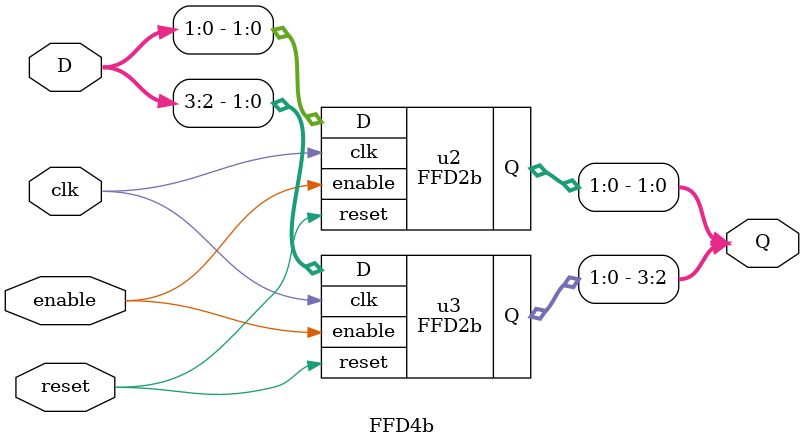
<source format=v>

module FFD1b
	( input wire clk, reset, enable,
		input wire D,
		output reg Q);

	  always @(posedge clk or posedge reset) begin
		if (reset)
			Q <= 1'b0;
		else if(enable)
			Q <= D;
    end
endmodule

module FFD2b(
    input wire clk, reset, enable,
    input wire [1:0]D,
    output wire [1:0]Q);

    FFD1b u0(clk, reset, enable, D[0], Q[0]);
    FFD1b u1(clk, reset, enable, D[1], Q[1]);
endmodule

module FFD4b(
    input wire clk, reset, enable,
    input wire [3:0]D,
    output wire [3:0]Q);

    FFD2b u2(clk, reset, enable, D[1:0], Q[1:0]);
    FFD2b u3(clk, reset, enable, D[3:2], Q[3:2]);
endmodule

</source>
